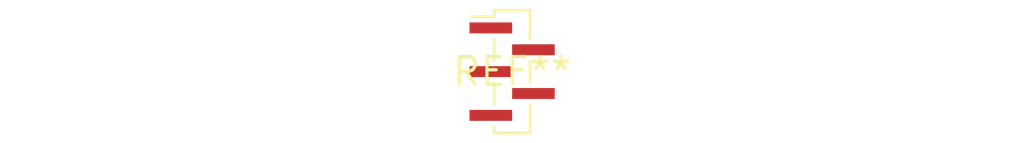
<source format=kicad_pcb>
(kicad_pcb (version 20240108) (generator pcbnew)
  (layers (0 "F.Cu" signal) (31 "B.Cu" signal) (34 "B.Paste" user) (35 "F.Paste" user) (36 "B.SilkS" user "B.Silkscreen") (37 "F.SilkS" user "F.Silkscreen") (38 "B.Mask" user) (39 "F.Mask" user) (44 "Edge.Cuts" user))
  (net 0 "")
  (footprint "PinSocket_1x05_P1.00mm_Vertical_SMD_Pin1Left" (layer "F.Cu") (at 0 0)
    (property "Reference" "REF**")
    (property "Value" "PinSocket_1x05_P1.00mm_Vertical_SMD_Pin1Left")
    (fp_line (start -1.89 -2.51) (end -0.81 -2.51) (layer "F.SilkS") (stroke (width 0.12)))
    (fp_line (start -0.81 -2.81) (end -0.81 -2.51) (layer "F.SilkS") (stroke (width 0.12)))
    (fp_line (start -0.81 -2.81) (end 0.81 -2.81) (layer "F.SilkS") (stroke (width 0.12)))
    (fp_line (start -0.81 -1.49) (end -0.81 -0.51) (layer "F.SilkS") (stroke (width 0.12)))
    (fp_line (start -0.81 0.51) (end -0.81 1.49) (layer "F.SilkS") (stroke (width 0.12)))
    (fp_line (start -0.81 2.51) (end -0.81 2.81) (layer "F.SilkS") (stroke (width 0.12)))
    (fp_line (start -0.81 2.81) (end 0.81 2.81) (layer "F.SilkS") (stroke (width 0.12)))
    (fp_line (start 0.81 -2.81) (end 0.81 -1.51) (layer "F.SilkS") (stroke (width 0.12)))
    (fp_line (start 0.81 -0.49) (end 0.81 0.49) (layer "F.SilkS") (stroke (width 0.12)))
    (fp_line (start 0.81 1.51) (end 0.81 2.81) (layer "F.SilkS") (stroke (width 0.12)))
    (pad "1" smd rect (at -0.975 -2) (size 1.95 0.5) (layers "F.Cu" "F.Paste" "F.Mask"))
    (pad "2" smd rect (at 0.975 -1) (size 1.95 0.5) (layers "F.Cu" "F.Paste" "F.Mask"))
    (pad "3" smd rect (at -0.975 0) (size 1.95 0.5) (layers "F.Cu" "F.Paste" "F.Mask"))
    (pad "4" smd rect (at 0.975 1) (size 1.95 0.5) (layers "F.Cu" "F.Paste" "F.Mask"))
    (pad "5" smd rect (at -0.975 2) (size 1.95 0.5) (layers "F.Cu" "F.Paste" "F.Mask"))
  )
)
</source>
